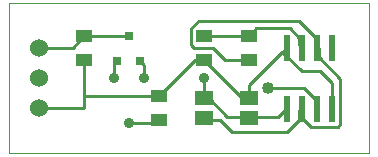
<source format=gtl>
G75*
G70*
%OFA0B0*%
%FSLAX24Y24*%
%IPPOS*%
%LPD*%
%AMOC8*
5,1,8,0,0,1.08239X$1,22.5*
%
%ADD10C,0.0000*%
%ADD11C,0.0600*%
%ADD12R,0.0300X0.0300*%
%ADD13R,0.0236X0.0866*%
%ADD14R,0.0551X0.0433*%
%ADD15R,0.0591X0.0512*%
%ADD16C,0.0100*%
%ADD17C,0.0360*%
%ADD18C,0.0400*%
D10*
X000494Y000504D02*
X000494Y005500D01*
X012494Y005504D01*
X012494Y000504D01*
X000494Y000504D01*
D11*
X001494Y002004D03*
X001494Y003004D03*
X001494Y004004D03*
D12*
X004108Y003570D03*
X004864Y003570D03*
X004504Y004424D03*
D13*
X009744Y004028D03*
X010244Y004028D03*
X010744Y004028D03*
X011244Y004028D03*
X011244Y001980D03*
X010744Y001980D03*
X010244Y001980D03*
X009744Y001980D03*
D14*
X008494Y003610D03*
X006994Y003610D03*
X006994Y004398D03*
X008494Y004398D03*
X005494Y002398D03*
X005494Y001610D03*
X002994Y003610D03*
X002994Y004398D03*
D15*
X006994Y002339D03*
X006994Y001669D03*
X008494Y001669D03*
X008494Y002339D03*
D16*
X008494Y002778D01*
X009607Y003891D01*
X010244Y003254D01*
X010844Y003254D01*
X011244Y002854D01*
X011244Y001980D01*
X010744Y001980D02*
X010734Y002024D01*
X010734Y002264D01*
X010334Y002664D01*
X009134Y002664D01*
X008494Y002339D02*
X008266Y002339D01*
X006994Y003610D01*
X006706Y003610D01*
X005494Y002398D01*
X005454Y002424D01*
X002994Y002424D01*
X002994Y002504D01*
X002994Y003610D01*
X002620Y004024D02*
X002994Y004398D01*
X004478Y004398D01*
X004504Y004424D01*
X004864Y003570D02*
X004994Y003440D01*
X004994Y003004D01*
X003994Y003004D02*
X003994Y003504D01*
X004108Y003504D01*
X004108Y003570D01*
X004094Y003544D01*
X002620Y004024D02*
X001534Y004024D01*
X001494Y004004D01*
X002994Y002424D02*
X002994Y002004D01*
X001494Y002004D01*
X004494Y001504D02*
X005494Y001504D01*
X005494Y001610D01*
X005454Y001544D01*
X006994Y001669D02*
X007054Y001624D01*
X007534Y001624D01*
X007934Y001224D01*
X009774Y001224D01*
X010174Y001624D01*
X010244Y001980D01*
X010174Y001944D01*
X010174Y001624D01*
X010334Y001624D01*
X010574Y001384D01*
X011454Y001384D01*
X011534Y001464D01*
X011534Y002984D01*
X010814Y003704D01*
X010814Y004024D01*
X010744Y004028D01*
X010734Y004104D01*
X010734Y004344D01*
X010174Y004904D01*
X006814Y004904D01*
X006574Y004664D01*
X006574Y004104D01*
X006654Y004024D01*
X007294Y004024D01*
X007694Y003624D01*
X008494Y003624D01*
X008494Y003610D01*
X009607Y003891D02*
X009744Y004028D01*
X010174Y004104D02*
X010244Y004028D01*
X010174Y004104D02*
X010174Y004344D01*
X009854Y004664D01*
X008734Y004664D01*
X008494Y004424D01*
X008494Y004398D01*
X008494Y004424D02*
X007054Y004424D01*
X006994Y004398D01*
X006994Y003004D02*
X006994Y002339D01*
X007054Y002264D01*
X007214Y002264D01*
X007774Y001704D01*
X008494Y001704D01*
X008494Y001669D01*
X008494Y001704D02*
X009454Y001704D01*
X009694Y001944D01*
X009744Y001980D01*
D17*
X006994Y003004D03*
X004994Y003004D03*
X003994Y003004D03*
X004494Y001504D03*
D18*
X009134Y002664D03*
M02*

</source>
